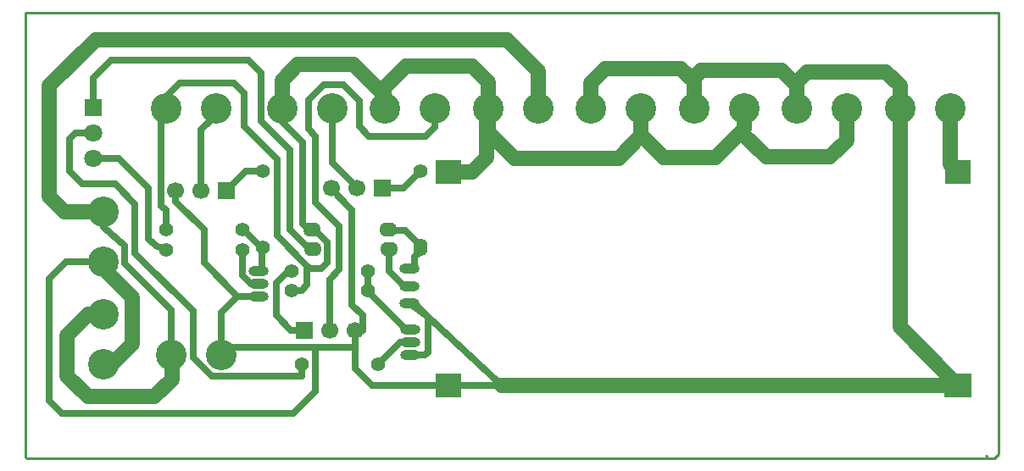
<source format=gbl>
G04*
G04 #@! TF.GenerationSoftware,Altium Limited,Altium Designer,19.0.15 (446)*
G04*
G04 Layer_Physical_Order=2*
G04 Layer_Color=16711680*
%FSLAX25Y25*%
%MOIN*%
G70*
G01*
G75*
%ADD12C,0.01000*%
%ADD30C,0.12000*%
%ADD31C,0.05512*%
%ADD32C,0.06693*%
%ADD33R,0.06693X0.06693*%
%ADD34O,0.07874X0.03937*%
%ADD35O,0.07874X0.03937*%
%ADD36C,0.07087*%
%ADD37R,0.07087X0.07087*%
%ADD38O,0.07087X0.05512*%
%ADD39O,0.05512X0.07087*%
%ADD40R,0.10000X0.09200*%
%ADD41R,0.10600X0.09200*%
%ADD42C,0.02756*%
%ADD43C,0.05906*%
%ADD44C,0.06000*%
D12*
X376600Y285000D02*
X759000D01*
X759100Y284900D01*
Y111100D02*
Y284900D01*
X757500Y109500D02*
X759100Y111100D01*
X377100Y109500D02*
X757500D01*
X376600Y110000D02*
X377100Y109500D01*
X376600Y110000D02*
Y285000D01*
X754100Y110600D02*
X754700Y110000D01*
D30*
X537600Y247200D02*
D03*
X517915D02*
D03*
X497100D02*
D03*
X477415D02*
D03*
X451500D02*
D03*
X431815D02*
D03*
X407100Y166143D02*
D03*
Y146457D02*
D03*
X407200Y187057D02*
D03*
Y206743D02*
D03*
X453585Y150200D02*
D03*
X433900D02*
D03*
X598915Y247200D02*
D03*
X618600D02*
D03*
X639357Y247100D02*
D03*
X659043D02*
D03*
X679857Y247200D02*
D03*
X699543D02*
D03*
X720357Y247300D02*
D03*
X740043D02*
D03*
X558457Y247200D02*
D03*
X578143D02*
D03*
D31*
X481100Y175600D02*
D03*
X511100D02*
D03*
X481100Y183400D02*
D03*
X511100D02*
D03*
X515200Y146600D02*
D03*
X485200D02*
D03*
X531700Y222600D02*
D03*
X431700Y199700D02*
D03*
X461700D02*
D03*
X469900Y222700D02*
D03*
Y192700D02*
D03*
X461700Y191700D02*
D03*
X431700D02*
D03*
D32*
X506200Y160000D02*
D03*
X496200D02*
D03*
X496800Y216000D02*
D03*
X506800D02*
D03*
X435600Y215000D02*
D03*
X445600D02*
D03*
D33*
X486200Y160000D02*
D03*
X516800Y216000D02*
D03*
X455600Y215000D02*
D03*
D34*
X527900Y160100D02*
D03*
Y150100D02*
D03*
X527400Y184252D02*
D03*
Y170472D02*
D03*
X468100Y183400D02*
D03*
Y173400D02*
D03*
D35*
X527900Y155100D02*
D03*
X527400Y177300D02*
D03*
X468100Y178400D02*
D03*
D36*
X403200Y237700D02*
D03*
Y227700D02*
D03*
D37*
Y247700D02*
D03*
D38*
X489300Y199700D02*
D03*
X519300D02*
D03*
X519400Y191800D02*
D03*
X489400D02*
D03*
D39*
X531700Y192600D02*
D03*
D40*
X542700Y222300D02*
D03*
Y138200D02*
D03*
X743300Y222300D02*
D03*
D41*
Y138200D02*
D03*
D42*
X496100Y216100D02*
X505000Y207200D01*
X509100Y160000D02*
Y165900D01*
X453585Y153100D02*
X490500D01*
X390700Y127300D02*
X481800D01*
X385700Y132300D02*
X390700Y127300D01*
X385700Y132300D02*
Y180200D01*
X481800Y127300D02*
X490400Y135900D01*
X392557Y187057D02*
X407200D01*
X385700Y180200D02*
X392557Y187057D01*
X411700Y217600D02*
X419574Y209726D01*
X398900Y217600D02*
X411700D01*
X394000Y222500D02*
X398900Y217600D01*
X394000Y222500D02*
Y235400D01*
X396300Y237700D02*
X403200D01*
X394000Y235400D02*
X396300Y237700D01*
X487700Y239207D02*
X490500Y236407D01*
Y210300D02*
Y236407D01*
Y210300D02*
X500000Y200800D01*
X462500Y240200D02*
X475600Y227100D01*
Y197100D02*
Y227100D01*
Y197100D02*
X487300Y185400D01*
X462500Y240200D02*
Y253300D01*
X487800Y191800D02*
Y192290D01*
X469037Y242263D02*
X480500Y230800D01*
Y199590D02*
Y230800D01*
Y199590D02*
X487800Y192290D01*
X477415Y241985D02*
X485600Y233800D01*
Y202020D02*
Y233800D01*
Y202020D02*
X486605Y201015D01*
X525100Y216000D02*
X531700Y222600D01*
X516800Y216000D02*
X525100D01*
X519300Y199700D02*
X519827Y199173D01*
X525915D01*
X531700Y193387D01*
Y192600D02*
Y193387D01*
Y191067D02*
Y192600D01*
X529595Y188961D02*
X531700Y191067D01*
X529595Y184798D02*
Y188961D01*
X529049Y184252D02*
X529595Y184798D01*
X527400Y184252D02*
X529049D01*
X505700Y217200D02*
X506100D01*
X497100Y225800D02*
X505700Y217200D01*
X497100Y225800D02*
Y247200D01*
X495200Y216100D02*
X496100D01*
X505000Y170000D02*
Y207200D01*
X528684Y169535D02*
X534700Y165141D01*
X458600Y257200D02*
X462500Y253300D01*
X437100Y257200D02*
X458600D01*
X431815Y251915D02*
X437100Y257200D01*
X431815Y247200D02*
Y251915D01*
X431700Y199700D02*
Y207100D01*
X429876Y208924D02*
X431700Y207100D01*
X429876Y208924D02*
Y242759D01*
X431815Y244699D02*
Y247200D01*
X429876Y242759D02*
X431815Y244699D01*
X451500D02*
Y247200D01*
X445600Y238799D02*
X451500Y244699D01*
X445600Y215000D02*
Y238799D01*
X487300Y177800D02*
Y185400D01*
X469037Y242263D02*
Y261363D01*
X464100Y266300D02*
X469037Y261363D01*
X410200Y266300D02*
X464100D01*
X403200Y259300D02*
X410200Y266300D01*
X403200Y247700D02*
Y259300D01*
X517915Y252185D02*
Y255615D01*
X557866Y246609D02*
X558457Y247200D01*
X537600Y239800D02*
Y247200D01*
X534000Y236200D02*
X537600Y239800D01*
X519709Y236200D02*
X534000D01*
X511500Y236300D02*
X519733D01*
X507700Y240100D02*
X511500Y236300D01*
X507700Y240100D02*
Y250378D01*
X519709Y236200D02*
X519733Y236300D01*
X477415Y241985D02*
Y247200D01*
X487700Y250524D02*
X493776Y256600D01*
X487700Y239207D02*
Y250524D01*
X501478Y256600D02*
X507700Y250378D01*
X493776Y256600D02*
X501478D01*
X475034Y178734D02*
X479700Y183400D01*
X475034Y165866D02*
Y178734D01*
Y165866D02*
X480900Y160000D01*
X479700Y183400D02*
X481100D01*
X486605Y201015D02*
X487985D01*
X500000Y183833D02*
Y200800D01*
X496200Y180033D02*
X500000Y183833D01*
X505000Y170000D02*
X509100Y165900D01*
X506200Y160000D02*
X509100D01*
X487300Y185400D02*
X488400Y184300D01*
X493000D01*
X495321Y186621D01*
Y194466D01*
X490087Y199700D02*
X495321Y194466D01*
X489300Y199700D02*
X490087D01*
X485100Y175600D02*
X487300Y177800D01*
X483900Y175600D02*
X485100D01*
X490500Y153100D02*
X506200D01*
X490400Y153000D02*
X490500Y153100D01*
X490400Y135900D02*
Y153000D01*
X446700Y186700D02*
Y199500D01*
X435600Y210600D02*
X446700Y199500D01*
X435600Y210600D02*
Y215000D01*
X433900Y150200D02*
X434100Y150000D01*
X517915Y247200D02*
Y252185D01*
X742600Y138200D02*
X743300D01*
X542700D02*
X564000D01*
X506200Y153100D02*
Y160000D01*
Y145000D02*
Y153100D01*
X453585D02*
Y166985D01*
X527400Y170472D02*
X528684Y169535D01*
X534700Y165141D02*
X564000Y138200D01*
X453585Y166985D02*
X460000Y173400D01*
X468100D01*
X446700Y186700D02*
X460000Y173400D01*
X453585Y150200D02*
Y153100D01*
X513000Y138200D02*
X542700D01*
X506200Y145000D02*
X513000Y138200D01*
X527400Y170472D02*
X529369D01*
X534700Y165141D01*
Y151414D02*
Y165141D01*
X533386Y150100D02*
X534700Y151414D01*
X527900Y150100D02*
X533386D01*
X487800Y191800D02*
X489400D01*
X419574Y190367D02*
Y209726D01*
Y190367D02*
X442500Y167441D01*
Y149300D02*
Y167441D01*
Y149300D02*
X450000Y141800D01*
X485200D01*
Y146600D01*
X403200Y227700D02*
X413100D01*
X425000Y215800D01*
Y195807D02*
Y215800D01*
Y195807D02*
X427697Y193110D01*
X431700Y191700D01*
X515200Y146600D02*
X523700Y155100D01*
X527900D01*
X511100Y175600D02*
Y183400D01*
Y175251D02*
Y175600D01*
Y175251D02*
X526251Y160100D01*
X527900D01*
X519400Y183332D02*
Y191800D01*
Y183332D02*
X525432Y177300D01*
X527400D01*
X519300Y199700D02*
X519900D01*
X461700Y181685D02*
Y191700D01*
Y181685D02*
X464759Y178626D01*
X467874D01*
X468100Y178400D01*
Y183400D02*
X468827D01*
X469373Y183946D01*
Y192173D01*
X469900Y192700D01*
X469300D02*
X469900D01*
X462300Y199700D02*
X469300Y192700D01*
X461700Y199700D02*
X462300D01*
X480900Y160000D02*
X486200D01*
X455600Y215000D02*
X463300Y222700D01*
X469900D01*
X407200Y200600D02*
Y206743D01*
Y200600D02*
X415578Y193322D01*
Y186218D02*
Y193322D01*
Y186218D02*
X433900Y167896D01*
Y150200D02*
Y167896D01*
X496200Y160000D02*
Y180033D01*
D43*
X391857Y206743D02*
X407200D01*
X386000Y212600D02*
X391857Y206743D01*
X386000Y212600D02*
Y256100D01*
X404100Y274200D01*
X558457Y247200D02*
Y257443D01*
X552100Y263800D02*
X558457Y257443D01*
X526100Y263800D02*
X552100D01*
X517915Y255615D02*
X526100Y263800D01*
X557866Y227866D02*
Y246609D01*
X552300Y222300D02*
X557866Y227866D01*
X542700Y222300D02*
X552300D01*
X483500Y264500D02*
X505600D01*
X477415Y258415D02*
X483500Y264500D01*
X477415Y247200D02*
Y258415D01*
X505600Y264500D02*
X517915Y252185D01*
X565800Y274200D02*
X578143Y261857D01*
X404100Y274200D02*
X565800D01*
X578143Y247200D02*
Y261857D01*
X427300Y133800D02*
X434100Y140600D01*
X401036Y133800D02*
X427300D01*
X392900Y141936D02*
X401036Y133800D01*
X392900Y157800D02*
X401243Y166143D01*
X392900Y141936D02*
Y157800D01*
X401243Y166143D02*
X407100D01*
X434100Y140600D02*
Y150000D01*
X418531Y154453D02*
Y172969D01*
X410535Y146457D02*
X418531Y154453D01*
X407100Y146457D02*
X410535D01*
X407200Y184300D02*
X418531Y172969D01*
X407200Y184300D02*
Y187057D01*
X564000Y138200D02*
X742600D01*
D44*
X720357Y247300D02*
Y256243D01*
X715000Y261600D02*
X720357Y256243D01*
X684000Y261600D02*
X715000D01*
X679857Y256243D02*
Y257457D01*
Y247200D02*
Y256243D01*
Y257457D02*
X684000Y261600D01*
X674000Y262100D02*
X679857Y256243D01*
X642100Y262100D02*
X674000D01*
X639357Y257843D02*
Y259357D01*
Y247100D02*
Y257843D01*
Y259357D02*
X642100Y262100D01*
X634300Y262900D02*
X639357Y257843D01*
X604500Y262900D02*
X634300D01*
X598915Y257315D02*
X604500Y262900D01*
X598915Y247200D02*
Y257315D01*
X667700Y228100D02*
X693000D01*
X657900Y237900D02*
X667700Y228100D01*
X647866Y227866D02*
X657900Y237900D01*
X699543Y234643D02*
Y247200D01*
X693000Y228100D02*
X699543Y234643D01*
X659043Y239357D02*
Y247100D01*
X627634Y227866D02*
X647866D01*
X618600Y236900D02*
X627634Y227866D01*
X618600Y236500D02*
Y236900D01*
Y247200D01*
X609700Y227600D02*
X618600Y236500D01*
X568900Y227600D02*
X609700D01*
X558457Y238043D02*
X568900Y227600D01*
X558457Y238043D02*
Y247200D01*
X720357Y161143D02*
Y247300D01*
Y161143D02*
X741000Y140500D01*
Y139800D02*
Y140500D01*
Y139800D02*
X742600Y138200D01*
X740043Y225157D02*
Y247300D01*
Y225157D02*
X742900Y222300D01*
X743300D01*
M02*

</source>
